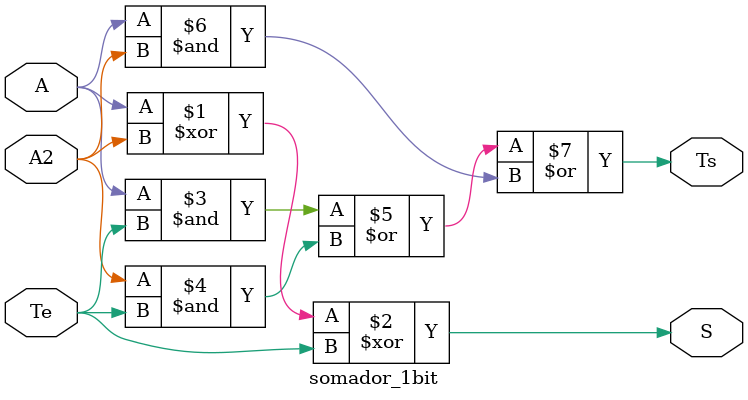
<source format=v>
module somador_1bit(input A,A2,Te, output S,Ts);

	assign S = (A^A2)^Te;
	assign Ts = (A&Te)|(A2&Te)|(A&A2);

endmodule 
</source>
